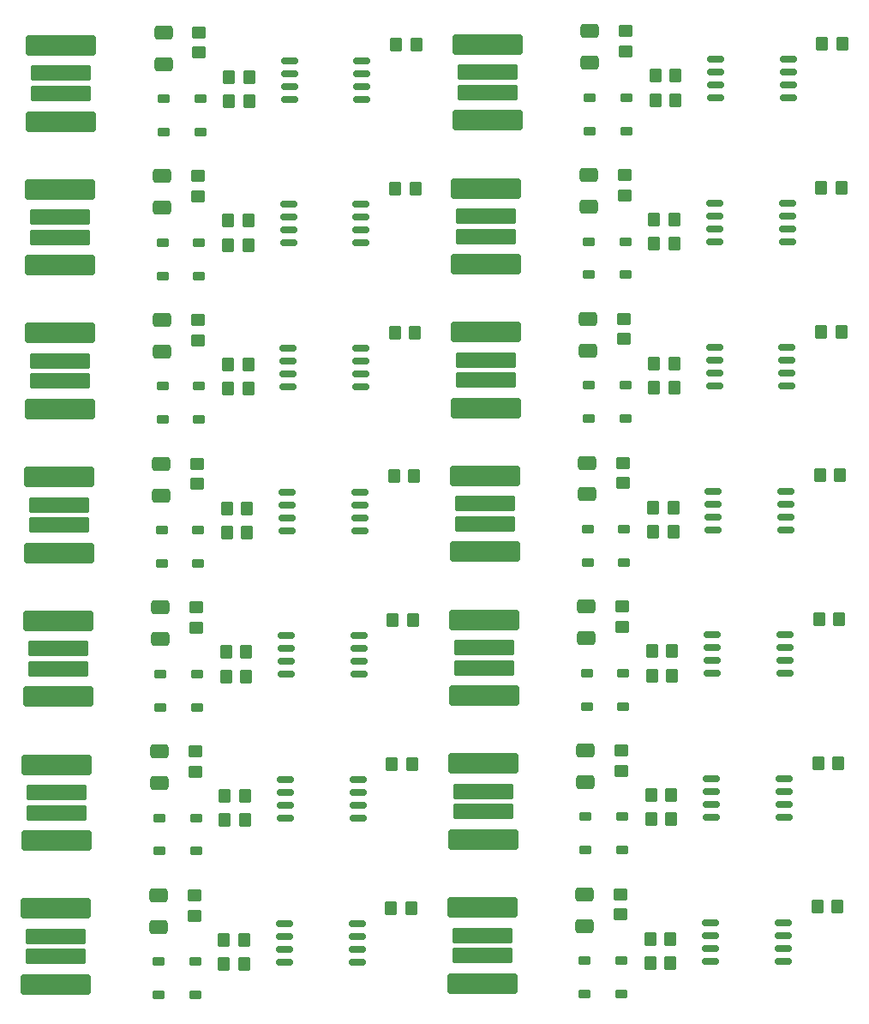
<source format=gbr>
%TF.GenerationSoftware,KiCad,Pcbnew,9.0.6*%
%TF.CreationDate,2025-12-18T22:22:39+05:30*%
%TF.ProjectId,Attiny85_USB_panel,41747469-6e79-4383-955f-5553425f7061,rev?*%
%TF.SameCoordinates,Original*%
%TF.FileFunction,Paste,Top*%
%TF.FilePolarity,Positive*%
%FSLAX46Y46*%
G04 Gerber Fmt 4.6, Leading zero omitted, Abs format (unit mm)*
G04 Created by KiCad (PCBNEW 9.0.6) date 2025-12-18 22:22:39*
%MOMM*%
%LPD*%
G01*
G04 APERTURE LIST*
G04 Aperture macros list*
%AMRoundRect*
0 Rectangle with rounded corners*
0 $1 Rounding radius*
0 $2 $3 $4 $5 $6 $7 $8 $9 X,Y pos of 4 corners*
0 Add a 4 corners polygon primitive as box body*
4,1,4,$2,$3,$4,$5,$6,$7,$8,$9,$2,$3,0*
0 Add four circle primitives for the rounded corners*
1,1,$1+$1,$2,$3*
1,1,$1+$1,$4,$5*
1,1,$1+$1,$6,$7*
1,1,$1+$1,$8,$9*
0 Add four rect primitives between the rounded corners*
20,1,$1+$1,$2,$3,$4,$5,0*
20,1,$1+$1,$4,$5,$6,$7,0*
20,1,$1+$1,$6,$7,$8,$9,0*
20,1,$1+$1,$8,$9,$2,$3,0*%
G04 Aperture macros list end*
%ADD10RoundRect,0.250000X-0.450000X0.350000X-0.450000X-0.350000X0.450000X-0.350000X0.450000X0.350000X0*%
%ADD11RoundRect,0.225000X-0.375000X0.225000X-0.375000X-0.225000X0.375000X-0.225000X0.375000X0.225000X0*%
%ADD12RoundRect,0.162500X-0.650000X-0.162500X0.650000X-0.162500X0.650000X0.162500X-0.650000X0.162500X0*%
%ADD13RoundRect,0.300000X-3.200000X-0.700000X3.200000X-0.700000X3.200000X0.700000X-3.200000X0.700000X0*%
%ADD14RoundRect,0.225000X-2.775000X-0.525000X2.775000X-0.525000X2.775000X0.525000X-2.775000X0.525000X0*%
%ADD15RoundRect,0.250000X-0.350000X-0.450000X0.350000X-0.450000X0.350000X0.450000X-0.350000X0.450000X0*%
%ADD16RoundRect,0.250000X0.350000X0.450000X-0.350000X0.450000X-0.350000X-0.450000X0.350000X-0.450000X0*%
%ADD17RoundRect,0.250000X-0.650000X0.412500X-0.650000X-0.412500X0.650000X-0.412500X0.650000X0.412500X0*%
G04 APERTURE END LIST*
D10*
%TO.C,R4*%
X112100000Y-143800000D03*
X112100000Y-145800000D03*
%TD*%
D11*
%TO.C,D2*%
X112200000Y-150350000D03*
X112200000Y-153650000D03*
%TD*%
D12*
%TO.C,U1*%
X121012500Y-146595000D03*
X121012500Y-147865000D03*
X121012500Y-149135000D03*
X121012500Y-150405000D03*
X128187500Y-150405000D03*
X128187500Y-149135000D03*
X128187500Y-147865000D03*
X128187500Y-146595000D03*
%TD*%
D13*
%TO.C,U2*%
X98462500Y-152600000D03*
D14*
X98462500Y-149850000D03*
X98462500Y-147850000D03*
D13*
X98462500Y-145100000D03*
%TD*%
%TO.C,U2*%
X56362500Y-152700000D03*
D14*
X56362500Y-149950000D03*
X56362500Y-147950000D03*
D13*
X56362500Y-145200000D03*
%TD*%
D12*
%TO.C,U1*%
X78912500Y-146695000D03*
X78912500Y-147965000D03*
X78912500Y-149235000D03*
X78912500Y-150505000D03*
X86087500Y-150505000D03*
X86087500Y-149235000D03*
X86087500Y-147965000D03*
X86087500Y-146695000D03*
%TD*%
D15*
%TO.C,R3*%
X89450000Y-145150000D03*
X91450000Y-145150000D03*
%TD*%
D11*
%TO.C,D1*%
X66500000Y-150450000D03*
X66500000Y-153750000D03*
%TD*%
D16*
%TO.C,R1*%
X74950000Y-148300000D03*
X72950000Y-148300000D03*
%TD*%
%TO.C,R1*%
X117050000Y-148200000D03*
X115050000Y-148200000D03*
%TD*%
D15*
%TO.C,R3*%
X131550000Y-145050000D03*
X133550000Y-145050000D03*
%TD*%
D17*
%TO.C,C1*%
X108550000Y-143800000D03*
X108550000Y-146925000D03*
%TD*%
D11*
%TO.C,D1*%
X108600000Y-150350000D03*
X108600000Y-153650000D03*
%TD*%
D16*
%TO.C,R2*%
X117050000Y-150600000D03*
X115050000Y-150600000D03*
%TD*%
D17*
%TO.C,C1*%
X66450000Y-143900000D03*
X66450000Y-147025000D03*
%TD*%
D16*
%TO.C,R2*%
X74950000Y-150700000D03*
X72950000Y-150700000D03*
%TD*%
D10*
%TO.C,R4*%
X70000000Y-143900000D03*
X70000000Y-145900000D03*
%TD*%
D11*
%TO.C,D2*%
X70100000Y-150450000D03*
X70100000Y-153750000D03*
%TD*%
D10*
%TO.C,R4*%
X112282000Y-115396000D03*
X112282000Y-117396000D03*
%TD*%
D11*
%TO.C,D2*%
X112382000Y-121946000D03*
X112382000Y-125246000D03*
%TD*%
D17*
%TO.C,C1*%
X108632000Y-129596000D03*
X108632000Y-132721000D03*
%TD*%
D11*
%TO.C,D1*%
X108682000Y-136146000D03*
X108682000Y-139446000D03*
%TD*%
D17*
%TO.C,C1*%
X66532000Y-129696000D03*
X66532000Y-132821000D03*
%TD*%
D10*
%TO.C,R4*%
X70082000Y-129696000D03*
X70082000Y-131696000D03*
%TD*%
D16*
%TO.C,R2*%
X75032000Y-136496000D03*
X73032000Y-136496000D03*
%TD*%
%TO.C,R2*%
X117132000Y-136396000D03*
X115132000Y-136396000D03*
%TD*%
D12*
%TO.C,U1*%
X121194500Y-118191000D03*
X121194500Y-119461000D03*
X121194500Y-120731000D03*
X121194500Y-122001000D03*
X128369500Y-122001000D03*
X128369500Y-120731000D03*
X128369500Y-119461000D03*
X128369500Y-118191000D03*
%TD*%
D11*
%TO.C,D2*%
X70182000Y-136246000D03*
X70182000Y-139546000D03*
%TD*%
D13*
%TO.C,U2*%
X98644500Y-124196000D03*
D14*
X98644500Y-121446000D03*
X98644500Y-119446000D03*
D13*
X98644500Y-116696000D03*
%TD*%
D15*
%TO.C,R3*%
X89532000Y-130946000D03*
X91532000Y-130946000D03*
%TD*%
D12*
%TO.C,U1*%
X121094500Y-132391000D03*
X121094500Y-133661000D03*
X121094500Y-134931000D03*
X121094500Y-136201000D03*
X128269500Y-136201000D03*
X128269500Y-134931000D03*
X128269500Y-133661000D03*
X128269500Y-132391000D03*
%TD*%
%TO.C,U1*%
X78994500Y-132491000D03*
X78994500Y-133761000D03*
X78994500Y-135031000D03*
X78994500Y-136301000D03*
X86169500Y-136301000D03*
X86169500Y-135031000D03*
X86169500Y-133761000D03*
X86169500Y-132491000D03*
%TD*%
D10*
%TO.C,R4*%
X112182000Y-129596000D03*
X112182000Y-131596000D03*
%TD*%
D13*
%TO.C,U2*%
X56444500Y-138496000D03*
D14*
X56444500Y-135746000D03*
X56444500Y-133746000D03*
D13*
X56444500Y-130996000D03*
%TD*%
%TO.C,U2*%
X98544500Y-138396000D03*
D14*
X98544500Y-135646000D03*
X98544500Y-133646000D03*
D13*
X98544500Y-130896000D03*
%TD*%
D11*
%TO.C,D2*%
X112282000Y-136146000D03*
X112282000Y-139446000D03*
%TD*%
D13*
%TO.C,U2*%
X56544500Y-124296000D03*
D14*
X56544500Y-121546000D03*
X56544500Y-119546000D03*
D13*
X56544500Y-116796000D03*
%TD*%
D12*
%TO.C,U1*%
X79094500Y-118291000D03*
X79094500Y-119561000D03*
X79094500Y-120831000D03*
X79094500Y-122101000D03*
X86269500Y-122101000D03*
X86269500Y-120831000D03*
X86269500Y-119561000D03*
X86269500Y-118291000D03*
%TD*%
D15*
%TO.C,R3*%
X89632000Y-116746000D03*
X91632000Y-116746000D03*
%TD*%
D11*
%TO.C,D1*%
X66682000Y-122046000D03*
X66682000Y-125346000D03*
%TD*%
D16*
%TO.C,R1*%
X75132000Y-119896000D03*
X73132000Y-119896000D03*
%TD*%
%TO.C,R1*%
X75032000Y-134096000D03*
X73032000Y-134096000D03*
%TD*%
%TO.C,R1*%
X117132000Y-133996000D03*
X115132000Y-133996000D03*
%TD*%
%TO.C,R1*%
X117232000Y-119796000D03*
X115232000Y-119796000D03*
%TD*%
D11*
%TO.C,D1*%
X66582000Y-136246000D03*
X66582000Y-139546000D03*
%TD*%
D15*
%TO.C,R3*%
X131732000Y-116646000D03*
X133732000Y-116646000D03*
%TD*%
D17*
%TO.C,C1*%
X108732000Y-115396000D03*
X108732000Y-118521000D03*
%TD*%
D15*
%TO.C,R3*%
X131632000Y-130846000D03*
X133632000Y-130846000D03*
%TD*%
D11*
%TO.C,D1*%
X108782000Y-121946000D03*
X108782000Y-125246000D03*
%TD*%
D16*
%TO.C,R2*%
X117232000Y-122196000D03*
X115232000Y-122196000D03*
%TD*%
D17*
%TO.C,C1*%
X66632000Y-115496000D03*
X66632000Y-118621000D03*
%TD*%
D16*
%TO.C,R2*%
X75132000Y-122296000D03*
X73132000Y-122296000D03*
%TD*%
D10*
%TO.C,R4*%
X70182000Y-115496000D03*
X70182000Y-117496000D03*
%TD*%
D11*
%TO.C,D2*%
X70282000Y-122046000D03*
X70282000Y-125346000D03*
%TD*%
D10*
%TO.C,R4*%
X112482000Y-86996000D03*
X112482000Y-88996000D03*
%TD*%
D11*
%TO.C,D2*%
X112582000Y-93546000D03*
X112582000Y-96846000D03*
%TD*%
D17*
%TO.C,C1*%
X108832000Y-101196000D03*
X108832000Y-104321000D03*
%TD*%
D11*
%TO.C,D1*%
X108882000Y-107746000D03*
X108882000Y-111046000D03*
%TD*%
D17*
%TO.C,C1*%
X66732000Y-101296000D03*
X66732000Y-104421000D03*
%TD*%
D10*
%TO.C,R4*%
X70282000Y-101296000D03*
X70282000Y-103296000D03*
%TD*%
D16*
%TO.C,R2*%
X75232000Y-108096000D03*
X73232000Y-108096000D03*
%TD*%
%TO.C,R2*%
X117332000Y-107996000D03*
X115332000Y-107996000D03*
%TD*%
D12*
%TO.C,U1*%
X121394500Y-89791000D03*
X121394500Y-91061000D03*
X121394500Y-92331000D03*
X121394500Y-93601000D03*
X128569500Y-93601000D03*
X128569500Y-92331000D03*
X128569500Y-91061000D03*
X128569500Y-89791000D03*
%TD*%
D11*
%TO.C,D2*%
X70382000Y-107846000D03*
X70382000Y-111146000D03*
%TD*%
D13*
%TO.C,U2*%
X98844500Y-95796000D03*
D14*
X98844500Y-93046000D03*
X98844500Y-91046000D03*
D13*
X98844500Y-88296000D03*
%TD*%
D15*
%TO.C,R3*%
X89732000Y-102546000D03*
X91732000Y-102546000D03*
%TD*%
D12*
%TO.C,U1*%
X121294500Y-103991000D03*
X121294500Y-105261000D03*
X121294500Y-106531000D03*
X121294500Y-107801000D03*
X128469500Y-107801000D03*
X128469500Y-106531000D03*
X128469500Y-105261000D03*
X128469500Y-103991000D03*
%TD*%
%TO.C,U1*%
X79194500Y-104091000D03*
X79194500Y-105361000D03*
X79194500Y-106631000D03*
X79194500Y-107901000D03*
X86369500Y-107901000D03*
X86369500Y-106631000D03*
X86369500Y-105361000D03*
X86369500Y-104091000D03*
%TD*%
D10*
%TO.C,R4*%
X112382000Y-101196000D03*
X112382000Y-103196000D03*
%TD*%
D13*
%TO.C,U2*%
X56644500Y-110096000D03*
D14*
X56644500Y-107346000D03*
X56644500Y-105346000D03*
D13*
X56644500Y-102596000D03*
%TD*%
%TO.C,U2*%
X98744500Y-109996000D03*
D14*
X98744500Y-107246000D03*
X98744500Y-105246000D03*
D13*
X98744500Y-102496000D03*
%TD*%
D11*
%TO.C,D2*%
X112482000Y-107746000D03*
X112482000Y-111046000D03*
%TD*%
D13*
%TO.C,U2*%
X56744500Y-95896000D03*
D14*
X56744500Y-93146000D03*
X56744500Y-91146000D03*
D13*
X56744500Y-88396000D03*
%TD*%
D12*
%TO.C,U1*%
X79294500Y-89891000D03*
X79294500Y-91161000D03*
X79294500Y-92431000D03*
X79294500Y-93701000D03*
X86469500Y-93701000D03*
X86469500Y-92431000D03*
X86469500Y-91161000D03*
X86469500Y-89891000D03*
%TD*%
D15*
%TO.C,R3*%
X89832000Y-88346000D03*
X91832000Y-88346000D03*
%TD*%
D11*
%TO.C,D1*%
X66882000Y-93646000D03*
X66882000Y-96946000D03*
%TD*%
D16*
%TO.C,R1*%
X75332000Y-91496000D03*
X73332000Y-91496000D03*
%TD*%
%TO.C,R1*%
X75232000Y-105696000D03*
X73232000Y-105696000D03*
%TD*%
%TO.C,R1*%
X117332000Y-105596000D03*
X115332000Y-105596000D03*
%TD*%
%TO.C,R1*%
X117432000Y-91396000D03*
X115432000Y-91396000D03*
%TD*%
D11*
%TO.C,D1*%
X66782000Y-107846000D03*
X66782000Y-111146000D03*
%TD*%
D15*
%TO.C,R3*%
X131932000Y-88246000D03*
X133932000Y-88246000D03*
%TD*%
D17*
%TO.C,C1*%
X108932000Y-86996000D03*
X108932000Y-90121000D03*
%TD*%
D15*
%TO.C,R3*%
X131832000Y-102446000D03*
X133832000Y-102446000D03*
%TD*%
D11*
%TO.C,D1*%
X108982000Y-93546000D03*
X108982000Y-96846000D03*
%TD*%
D16*
%TO.C,R2*%
X117432000Y-93796000D03*
X115432000Y-93796000D03*
%TD*%
D17*
%TO.C,C1*%
X66832000Y-87096000D03*
X66832000Y-90221000D03*
%TD*%
D16*
%TO.C,R2*%
X75332000Y-93896000D03*
X73332000Y-93896000D03*
%TD*%
D10*
%TO.C,R4*%
X70382000Y-87096000D03*
X70382000Y-89096000D03*
%TD*%
D11*
%TO.C,D2*%
X70482000Y-93646000D03*
X70482000Y-96946000D03*
%TD*%
D10*
%TO.C,R4*%
X112500000Y-72800000D03*
X112500000Y-74800000D03*
%TD*%
D11*
%TO.C,D2*%
X112600000Y-79350000D03*
X112600000Y-82650000D03*
%TD*%
D12*
%TO.C,U1*%
X121412500Y-75595000D03*
X121412500Y-76865000D03*
X121412500Y-78135000D03*
X121412500Y-79405000D03*
X128587500Y-79405000D03*
X128587500Y-78135000D03*
X128587500Y-76865000D03*
X128587500Y-75595000D03*
%TD*%
D13*
%TO.C,U2*%
X98862500Y-81600000D03*
D14*
X98862500Y-78850000D03*
X98862500Y-76850000D03*
D13*
X98862500Y-74100000D03*
%TD*%
%TO.C,U2*%
X56762500Y-81700000D03*
D14*
X56762500Y-78950000D03*
X56762500Y-76950000D03*
D13*
X56762500Y-74200000D03*
%TD*%
D12*
%TO.C,U1*%
X79312500Y-75695000D03*
X79312500Y-76965000D03*
X79312500Y-78235000D03*
X79312500Y-79505000D03*
X86487500Y-79505000D03*
X86487500Y-78235000D03*
X86487500Y-76965000D03*
X86487500Y-75695000D03*
%TD*%
D15*
%TO.C,R3*%
X89850000Y-74150000D03*
X91850000Y-74150000D03*
%TD*%
D11*
%TO.C,D1*%
X66900000Y-79450000D03*
X66900000Y-82750000D03*
%TD*%
D16*
%TO.C,R1*%
X75350000Y-77300000D03*
X73350000Y-77300000D03*
%TD*%
%TO.C,R1*%
X117450000Y-77200000D03*
X115450000Y-77200000D03*
%TD*%
D15*
%TO.C,R3*%
X131950000Y-74050000D03*
X133950000Y-74050000D03*
%TD*%
D17*
%TO.C,C1*%
X108950000Y-72800000D03*
X108950000Y-75925000D03*
%TD*%
D11*
%TO.C,D1*%
X109000000Y-79350000D03*
X109000000Y-82650000D03*
%TD*%
D16*
%TO.C,R2*%
X117450000Y-79600000D03*
X115450000Y-79600000D03*
%TD*%
D17*
%TO.C,C1*%
X66850000Y-72900000D03*
X66850000Y-76025000D03*
%TD*%
D16*
%TO.C,R2*%
X75350000Y-79700000D03*
X73350000Y-79700000D03*
%TD*%
D10*
%TO.C,R4*%
X70400000Y-72900000D03*
X70400000Y-74900000D03*
%TD*%
D11*
%TO.C,D2*%
X70500000Y-79450000D03*
X70500000Y-82750000D03*
%TD*%
D13*
%TO.C,U2*%
X98962500Y-67400000D03*
D14*
X98962500Y-64650000D03*
X98962500Y-62650000D03*
D13*
X98962500Y-59900000D03*
%TD*%
D12*
%TO.C,U1*%
X121512500Y-61395000D03*
X121512500Y-62665000D03*
X121512500Y-63935000D03*
X121512500Y-65205000D03*
X128687500Y-65205000D03*
X128687500Y-63935000D03*
X128687500Y-62665000D03*
X128687500Y-61395000D03*
%TD*%
D15*
%TO.C,R3*%
X132050000Y-59850000D03*
X134050000Y-59850000D03*
%TD*%
D11*
%TO.C,D1*%
X109100000Y-65150000D03*
X109100000Y-68450000D03*
%TD*%
D16*
%TO.C,R1*%
X117550000Y-63000000D03*
X115550000Y-63000000D03*
%TD*%
D17*
%TO.C,C1*%
X109050000Y-58600000D03*
X109050000Y-61725000D03*
%TD*%
D16*
%TO.C,R2*%
X117550000Y-65400000D03*
X115550000Y-65400000D03*
%TD*%
D10*
%TO.C,R4*%
X112600000Y-58600000D03*
X112600000Y-60600000D03*
%TD*%
D11*
%TO.C,D2*%
X112700000Y-65150000D03*
X112700000Y-68450000D03*
%TD*%
D15*
%TO.C,R3*%
X89950000Y-59950000D03*
X91950000Y-59950000D03*
%TD*%
D17*
%TO.C,C1*%
X66950000Y-58700000D03*
X66950000Y-61825000D03*
%TD*%
D12*
%TO.C,U1*%
X79412500Y-61495000D03*
X79412500Y-62765000D03*
X79412500Y-64035000D03*
X79412500Y-65305000D03*
X86587500Y-65305000D03*
X86587500Y-64035000D03*
X86587500Y-62765000D03*
X86587500Y-61495000D03*
%TD*%
D13*
%TO.C,U2*%
X56862500Y-67500000D03*
D14*
X56862500Y-64750000D03*
X56862500Y-62750000D03*
D13*
X56862500Y-60000000D03*
%TD*%
D11*
%TO.C,D2*%
X70600000Y-65250000D03*
X70600000Y-68550000D03*
%TD*%
D10*
%TO.C,R4*%
X70500000Y-58700000D03*
X70500000Y-60700000D03*
%TD*%
D16*
%TO.C,R2*%
X75450000Y-65500000D03*
X73450000Y-65500000D03*
%TD*%
%TO.C,R1*%
X75450000Y-63100000D03*
X73450000Y-63100000D03*
%TD*%
D11*
%TO.C,D1*%
X67000000Y-65250000D03*
X67000000Y-68550000D03*
%TD*%
M02*

</source>
